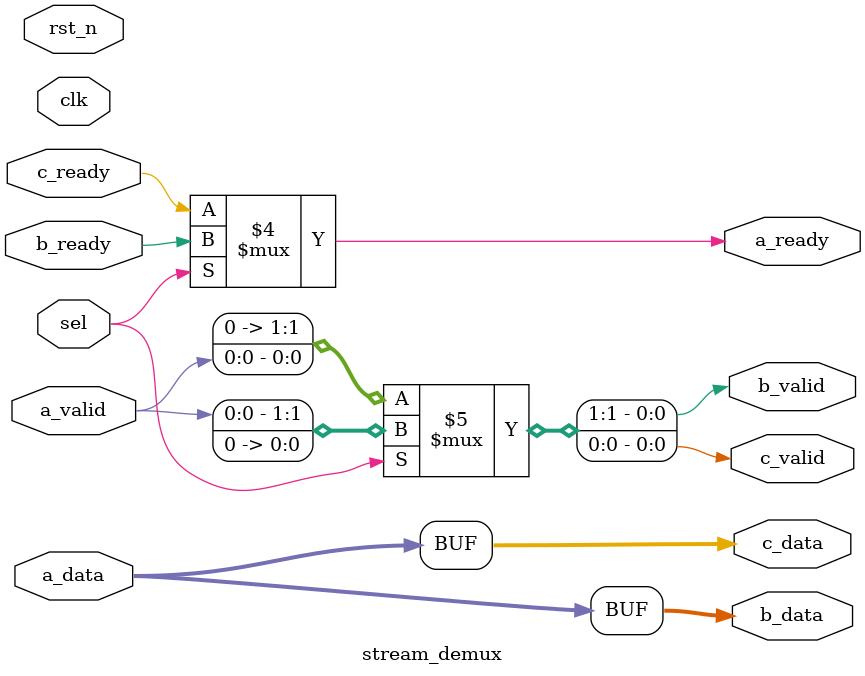
<source format=v>
module stream_demux #(
        parameter DATA_WD = 4
    )(
        input                       sel,
        input                       clk,
        input                       rst_n,

        input                       a_valid,
        input  [DATA_WD - 1 : 0]    a_data,
        output                      a_ready,

        output                      b_valid,
        output [DATA_WD - 1 : 0]    b_data,
        input                       b_ready,

        output                      c_valid,
        output [DATA_WD - 1 : 0]    c_data,
        input                       c_ready
    );

    wire    c_fire  = c_ready && c_valid;
    wire    a_fire  = a_ready && a_valid;
    wire    b_fire  = b_ready && b_valid;

    assign             b_data = a_data;
    assign             c_data = a_data;

    assign            a_ready = sel ? b_ready : c_ready;
    assign {b_valid, c_valid} = sel ? {a_valid, 1'b0} : {1'b0, a_valid};
endmodule

</source>
